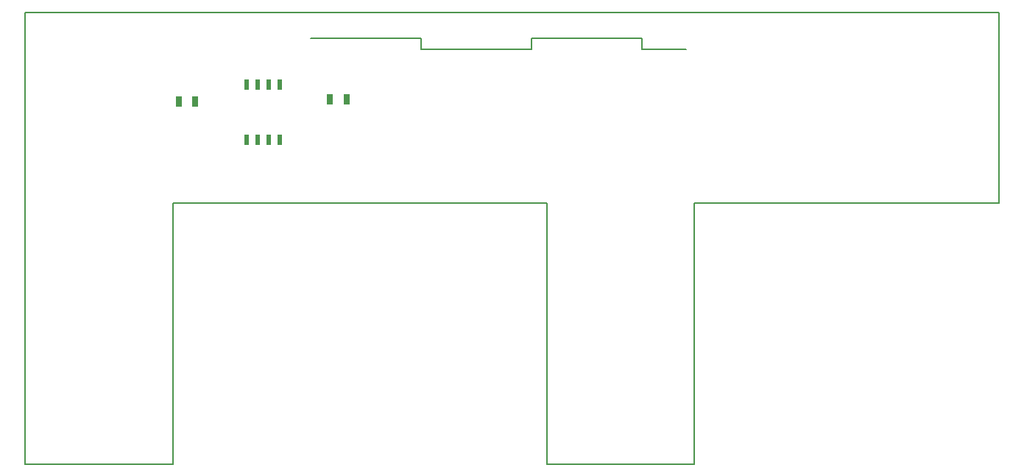
<source format=gbr>
G04 #@! TF.GenerationSoftware,KiCad,Pcbnew,(5.0.0)*
G04 #@! TF.CreationDate,2018-11-23T00:32:49+07:00*
G04 #@! TF.ProjectId,ext_module,6578745F6D6F64756C652E6B69636164,rev?*
G04 #@! TF.SameCoordinates,Original*
G04 #@! TF.FileFunction,Paste,Bot*
G04 #@! TF.FilePolarity,Positive*
%FSLAX46Y46*%
G04 Gerber Fmt 4.6, Leading zero omitted, Abs format (unit mm)*
G04 Created by KiCad (PCBNEW (5.0.0)) date 11/23/18 00:32:49*
%MOMM*%
%LPD*%
G01*
G04 APERTURE LIST*
%ADD10C,0.200000*%
%ADD11C,0.150000*%
%ADD12R,0.700000X1.300000*%
%ADD13R,0.508000X1.143000*%
G04 APERTURE END LIST*
D10*
X91948000Y-27305000D02*
X97028000Y-27305000D01*
X91948000Y-26035000D02*
X91948000Y-27305000D01*
X79248000Y-26035000D02*
X91948000Y-26035000D01*
X79248000Y-27305000D02*
X79248000Y-26035000D01*
X69088000Y-27305000D02*
X79248000Y-27305000D01*
X66548000Y-27305000D02*
X69088000Y-27305000D01*
X66548000Y-26035000D02*
X66548000Y-27305000D01*
X53848000Y-26035000D02*
X66548000Y-26035000D01*
D11*
X21000000Y-23000000D02*
X21000000Y-75000000D01*
X133000000Y-23000000D02*
X21000000Y-23000000D01*
X133000000Y-45000000D02*
X133000000Y-23000000D01*
X98000000Y-45000000D02*
X133000000Y-45000000D01*
X98000000Y-75000000D02*
X98000000Y-45000000D01*
X81000000Y-75000000D02*
X98000000Y-75000000D01*
X81000000Y-45000000D02*
X81000000Y-75000000D01*
X38000000Y-45000000D02*
X81000000Y-45000000D01*
X38000000Y-75000000D02*
X38000000Y-45000000D01*
X21000000Y-75000000D02*
X38000000Y-75000000D01*
D12*
G04 #@! TO.C,R4.7k1*
X57973000Y-33020000D03*
X56073000Y-33020000D03*
G04 #@! TD*
G04 #@! TO.C,R4.7k2*
X38674000Y-33274000D03*
X40574000Y-33274000D03*
G04 #@! TD*
D13*
G04 #@! TO.C,U1B1*
X50292000Y-31369000D03*
X49022000Y-31369000D03*
X47752000Y-31369000D03*
X46482000Y-31369000D03*
X46482000Y-37719000D03*
X47752000Y-37719000D03*
X49022000Y-37719000D03*
X50292000Y-37719000D03*
G04 #@! TD*
M02*

</source>
